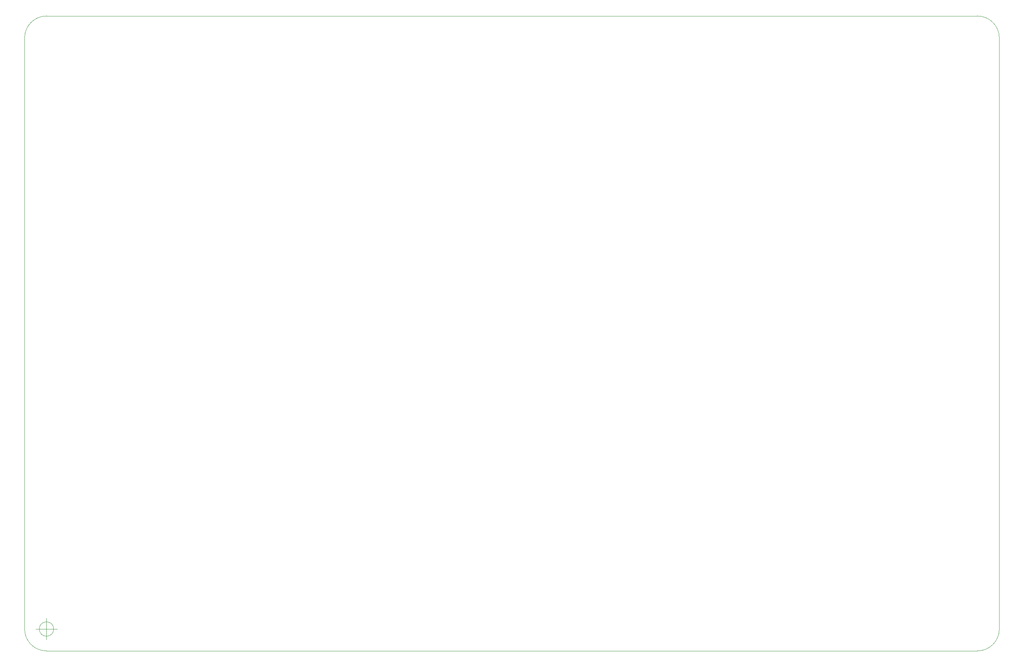
<source format=gbr>
%TF.GenerationSoftware,KiCad,Pcbnew,(6.0.5)*%
%TF.CreationDate,2022-07-10T20:23:42-07:00*%
%TF.ProjectId,main_board,6d61696e-5f62-46f6-9172-642e6b696361,rev?*%
%TF.SameCoordinates,PX5c0c740PYc1c9600*%
%TF.FileFunction,Profile,NP*%
%FSLAX46Y46*%
G04 Gerber Fmt 4.6, Leading zero omitted, Abs format (unit mm)*
G04 Created by KiCad (PCBNEW (6.0.5)) date 2022-07-10 20:23:42*
%MOMM*%
%LPD*%
G01*
G04 APERTURE LIST*
%TA.AperFunction,Profile*%
%ADD10C,0.100000*%
%TD*%
G04 APERTURE END LIST*
D10*
X220980000Y0D02*
X220980000Y137160000D01*
X220980000Y137160000D02*
G75*
G03*
X215900000Y142240000I-5080000J0D01*
G01*
X0Y142240000D02*
G75*
G03*
X-5080000Y137160000I0J-5080000D01*
G01*
X215900000Y-5080000D02*
G75*
G03*
X220980000Y0I0J5080000D01*
G01*
X0Y-5080000D02*
X215900000Y-5080000D01*
X215900000Y142240000D02*
X0Y142240000D01*
X-5080000Y137160000D02*
X-5080000Y0D01*
X-5080000Y0D02*
G75*
G03*
X0Y-5080000I5080000J0D01*
G01*
X1666666Y0D02*
G75*
G03*
X1666666Y0I-1666666J0D01*
G01*
X-2500000Y0D02*
X2500000Y0D01*
X0Y2500000D02*
X0Y-2500000D01*
X1666666Y0D02*
G75*
G03*
X1666666Y0I-1666666J0D01*
G01*
X-2500000Y0D02*
X2500000Y0D01*
X0Y2500000D02*
X0Y-2500000D01*
M02*

</source>
